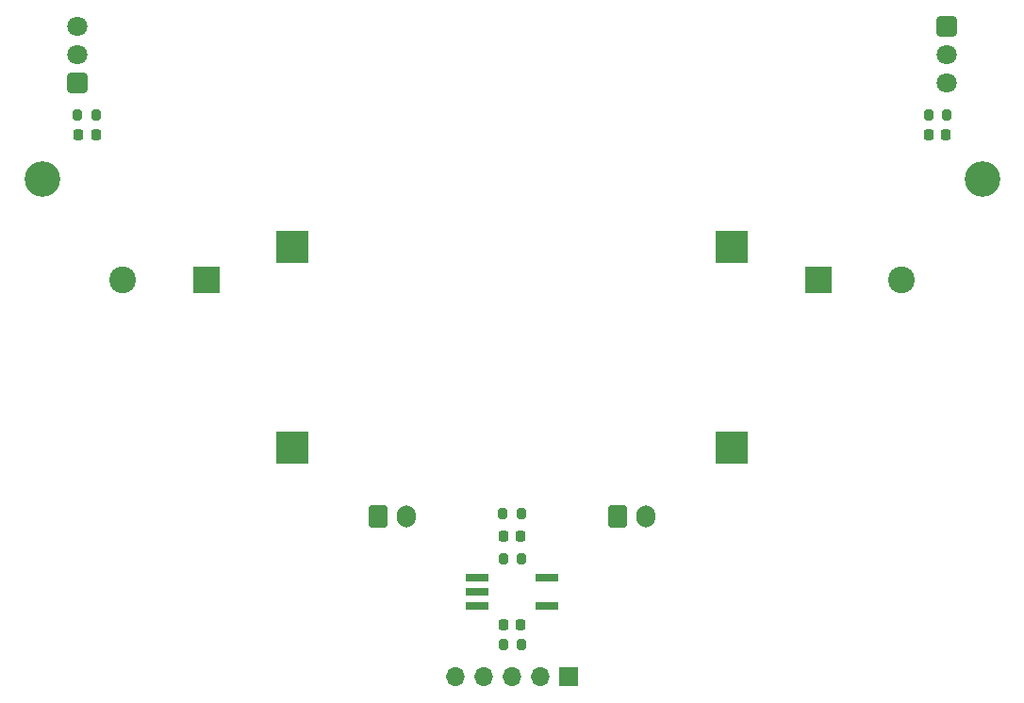
<source format=gbr>
%TF.GenerationSoftware,KiCad,Pcbnew,8.0.1*%
%TF.CreationDate,2024-09-21T22:08:13+09:00*%
%TF.ProjectId,Kicker-20240411,4b69636b-6572-42d3-9230-323430343131,rev?*%
%TF.SameCoordinates,Original*%
%TF.FileFunction,Soldermask,Top*%
%TF.FilePolarity,Negative*%
%FSLAX46Y46*%
G04 Gerber Fmt 4.6, Leading zero omitted, Abs format (unit mm)*
G04 Created by KiCad (PCBNEW 8.0.1) date 2024-09-21 22:08:13*
%MOMM*%
%LPD*%
G01*
G04 APERTURE LIST*
G04 Aperture macros list*
%AMRoundRect*
0 Rectangle with rounded corners*
0 $1 Rounding radius*
0 $2 $3 $4 $5 $6 $7 $8 $9 X,Y pos of 4 corners*
0 Add a 4 corners polygon primitive as box body*
4,1,4,$2,$3,$4,$5,$6,$7,$8,$9,$2,$3,0*
0 Add four circle primitives for the rounded corners*
1,1,$1+$1,$2,$3*
1,1,$1+$1,$4,$5*
1,1,$1+$1,$6,$7*
1,1,$1+$1,$8,$9*
0 Add four rect primitives between the rounded corners*
20,1,$1+$1,$2,$3,$4,$5,0*
20,1,$1+$1,$4,$5,$6,$7,0*
20,1,$1+$1,$6,$7,$8,$9,0*
20,1,$1+$1,$8,$9,$2,$3,0*%
G04 Aperture macros list end*
%ADD10RoundRect,0.200000X-0.200000X-0.275000X0.200000X-0.275000X0.200000X0.275000X-0.200000X0.275000X0*%
%ADD11RoundRect,0.225000X-0.225000X-0.250000X0.225000X-0.250000X0.225000X0.250000X-0.225000X0.250000X0*%
%ADD12C,3.200000*%
%ADD13RoundRect,0.250200X0.649800X-0.649800X0.649800X0.649800X-0.649800X0.649800X-0.649800X-0.649800X0*%
%ADD14C,1.800000*%
%ADD15R,2.000000X0.640000*%
%ADD16R,2.400000X2.400000*%
%ADD17C,2.400000*%
%ADD18RoundRect,0.250000X-0.600000X-0.750000X0.600000X-0.750000X0.600000X0.750000X-0.600000X0.750000X0*%
%ADD19O,1.700000X2.000000*%
%ADD20RoundRect,0.200000X0.200000X0.275000X-0.200000X0.275000X-0.200000X-0.275000X0.200000X-0.275000X0*%
%ADD21R,3.000000X3.000000*%
%ADD22RoundRect,0.250200X-0.649800X0.649800X-0.649800X-0.649800X0.649800X-0.649800X0.649800X0.649800X0*%
%ADD23R,1.700000X1.700000*%
%ADD24O,1.700000X1.700000*%
G04 APERTURE END LIST*
D10*
%TO.C,R5*%
X-819681Y-28500000D03*
X830319Y-28500000D03*
%TD*%
D11*
%TO.C,C2*%
X37375000Y9535700D03*
X38925000Y9535700D03*
%TD*%
%TO.C,C3*%
X-38925000Y9535700D03*
X-37375000Y9535700D03*
%TD*%
D10*
%TO.C,R2*%
X-39025000Y11335700D03*
X-37375000Y11335700D03*
%TD*%
D12*
%TO.C,REF\u002A\u002A*%
X-42200000Y5564300D03*
%TD*%
D10*
%TO.C,R3*%
X-819681Y-36250000D03*
X830319Y-36250000D03*
%TD*%
D13*
%TO.C,U2*%
X-39025000Y14195700D03*
D14*
X-39025000Y16735700D03*
X-39025000Y19275700D03*
%TD*%
D15*
%TO.C,D2*%
X3155319Y-32770000D03*
X3155319Y-30230000D03*
X-3144681Y-30230000D03*
X-3144681Y-31500000D03*
X-3144681Y-32770000D03*
%TD*%
D16*
%TO.C,C1*%
X27487246Y-3435725D03*
D17*
X34987246Y-3435725D03*
%TD*%
D16*
%TO.C,C4*%
X-27487246Y-3435725D03*
D17*
X-34987246Y-3435725D03*
%TD*%
D18*
%TO.C,J1*%
X-12000000Y-24764300D03*
D19*
X-9500000Y-24764300D03*
%TD*%
D11*
%TO.C,C7*%
X-775000Y-26500000D03*
X775000Y-26500000D03*
%TD*%
D20*
%TO.C,R1*%
X39025000Y11335700D03*
X37375000Y11335700D03*
%TD*%
D21*
%TO.C,U3*%
X-19750000Y-514300D03*
X-19750000Y-18514300D03*
X19750000Y-514300D03*
X19750000Y-18514300D03*
%TD*%
D22*
%TO.C,U1*%
X39025000Y19275700D03*
D14*
X39025000Y16735700D03*
X39025000Y14195700D03*
%TD*%
D10*
%TO.C,R4*%
X-825000Y-24500000D03*
X825000Y-24500000D03*
%TD*%
D12*
%TO.C,REF\u002A\u002A*%
X42200001Y5564275D03*
%TD*%
D11*
%TO.C,C5*%
X-769681Y-34500000D03*
X780319Y-34500000D03*
%TD*%
D18*
%TO.C,J3*%
X9500000Y-24764300D03*
D19*
X12000000Y-24764300D03*
%TD*%
D23*
%TO.C,J2*%
X5080001Y-39135725D03*
D24*
X2540001Y-39135725D03*
X1Y-39135725D03*
X-2539999Y-39135725D03*
X-5079999Y-39135725D03*
%TD*%
M02*

</source>
